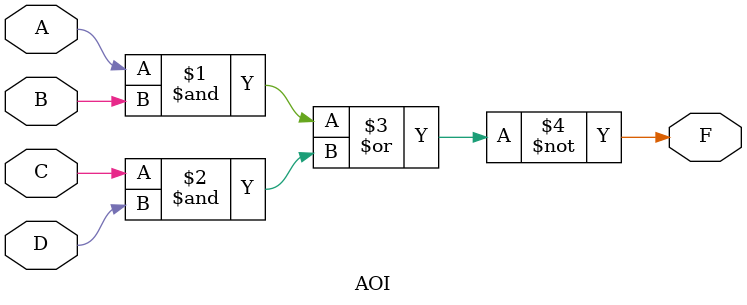
<source format=v>
module AOI(A,B,C,D,F);
input A,B,C,D;
output F;
wire A,B,C,D,F;
assign  F= ~((A&B)|(C&D));
endmodule

</source>
